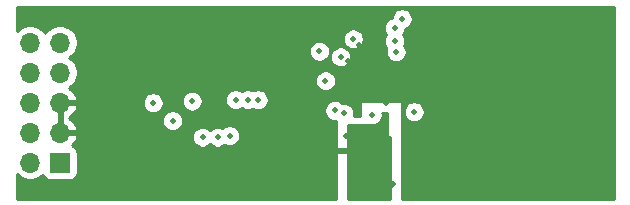
<source format=gbr>
%TF.GenerationSoftware,KiCad,Pcbnew,(5.1.6)-1*%
%TF.CreationDate,2020-07-26T08:56:46-05:00*%
%TF.ProjectId,nanoRT,6e616e6f-5254-42e6-9b69-6361645f7063,rev?*%
%TF.SameCoordinates,Original*%
%TF.FileFunction,Copper,L2,Inr*%
%TF.FilePolarity,Positive*%
%FSLAX46Y46*%
G04 Gerber Fmt 4.6, Leading zero omitted, Abs format (unit mm)*
G04 Created by KiCad (PCBNEW (5.1.6)-1) date 2020-07-26 08:56:46*
%MOMM*%
%LPD*%
G01*
G04 APERTURE LIST*
%TA.AperFunction,ViaPad*%
%ADD10O,1.700000X1.700000*%
%TD*%
%TA.AperFunction,ViaPad*%
%ADD11R,1.700000X1.700000*%
%TD*%
%TA.AperFunction,ViaPad*%
%ADD12C,0.812800*%
%TD*%
%TA.AperFunction,ViaPad*%
%ADD13C,0.508000*%
%TD*%
%TA.AperFunction,Conductor*%
%ADD14C,0.254000*%
%TD*%
%TA.AperFunction,Conductor*%
%ADD15C,0.355600*%
%TD*%
G04 APERTURE END LIST*
D10*
%TO.N,/SPI2_SCK*%
%TO.C,J2*%
X99695000Y-86360000D03*
%TO.N,/GDO1*%
X102235000Y-86360000D03*
%TO.N,/SPI2_~CS*%
X99695000Y-88900000D03*
%TO.N,/GDO0*%
X102235000Y-88900000D03*
%TO.N,/SPI2_MISO*%
X99695000Y-91440000D03*
%TO.N,GND*%
X102235000Y-91440000D03*
%TO.N,/SPI2_MOSI*%
X99695000Y-93980000D03*
%TO.N,GND*%
X102235000Y-93980000D03*
%TO.N,/5V_EXT*%
X99695000Y-96520000D03*
D11*
%TO.N,+3V3*%
X102235000Y-96520000D03*
%TD*%
D12*
%TO.N,GND*%
X121920000Y-97536000D03*
X119380000Y-98044000D03*
X120650000Y-97790000D03*
X116840000Y-97917000D03*
X115570000Y-97663000D03*
X114300000Y-97409000D03*
X107950000Y-92837000D03*
D13*
X132334000Y-93218000D03*
X131699000Y-94107000D03*
X129921000Y-87630000D03*
X129540000Y-84455000D03*
X128270000Y-84455000D03*
X124079000Y-85471000D03*
X123063000Y-91440000D03*
X122936000Y-90170000D03*
X136398000Y-94107000D03*
X139065000Y-93345000D03*
X133985000Y-86233000D03*
X132715000Y-84201000D03*
X133731000Y-85090000D03*
X133477000Y-85852000D03*
X127635000Y-90170000D03*
X128905000Y-90170000D03*
X128905000Y-88900000D03*
X127635000Y-88900000D03*
X127565998Y-86551983D03*
X127124002Y-88389002D03*
X129415998Y-88392000D03*
X129415998Y-90680998D03*
X127127000Y-90678000D03*
X127124002Y-89535000D03*
X129415998Y-89535000D03*
X133350000Y-93980000D03*
X133350000Y-95250000D03*
X133350000Y-96520000D03*
X133350000Y-97790000D03*
X133350000Y-99060000D03*
X134620000Y-99060000D03*
X135890000Y-99060000D03*
X137160000Y-99060000D03*
X138430000Y-99060000D03*
X139700000Y-99060000D03*
X140970000Y-99060000D03*
X142240000Y-99060000D03*
X143510000Y-99060000D03*
X144780000Y-99060000D03*
X146050000Y-99060000D03*
X147320000Y-99060000D03*
X148590000Y-99060000D03*
X148590000Y-97790000D03*
X148590000Y-96520000D03*
X148590000Y-95250000D03*
X148590000Y-87630000D03*
X148590000Y-86360000D03*
X148590000Y-85090000D03*
X148590000Y-83820000D03*
X147320000Y-83820000D03*
X146050000Y-83820000D03*
X144780000Y-83820000D03*
X143510000Y-83820000D03*
X142240000Y-83820000D03*
X140970000Y-83820000D03*
X139700000Y-83820000D03*
X138430000Y-83820000D03*
X137160000Y-83820000D03*
X135890000Y-83820000D03*
X134620000Y-83820000D03*
X133350000Y-83820000D03*
X144145000Y-94615000D03*
X144145000Y-88265000D03*
X147320000Y-89535000D03*
X147320000Y-93345000D03*
X147320000Y-87630000D03*
X147320000Y-95250000D03*
X128397000Y-94996000D03*
X129794000Y-93218000D03*
X126423957Y-94295067D03*
X129413000Y-99314000D03*
X130429000Y-98298000D03*
X128270000Y-99187000D03*
X127127000Y-95665002D03*
X127127000Y-99314000D03*
X139700000Y-92710000D03*
X136525000Y-92710000D03*
X137795000Y-92710000D03*
X135890000Y-96520000D03*
X138430000Y-96520000D03*
X140970000Y-96520000D03*
X143510000Y-96520000D03*
X146050000Y-96520000D03*
X140970000Y-93980000D03*
X143510000Y-93980000D03*
X146050000Y-86360000D03*
X143510000Y-86360000D03*
X140970000Y-86360000D03*
X138430000Y-86360000D03*
X135890000Y-86360000D03*
X114427000Y-92964000D03*
X115824000Y-91313000D03*
X116905998Y-92710000D03*
X126492000Y-91186000D03*
X126619000Y-87884000D03*
X129874002Y-91440000D03*
%TO.N,+3V3*%
X114300000Y-94361000D03*
X115570000Y-94361000D03*
X116586000Y-94234000D03*
X110109000Y-91440000D03*
X111760000Y-92964000D03*
X113411000Y-91313000D03*
X118110000Y-91186000D03*
X117094000Y-91186000D03*
X118999000Y-91186000D03*
X132207000Y-92202000D03*
X131191000Y-84328000D03*
X130556000Y-85090000D03*
X130556000Y-86233000D03*
X130683000Y-87122000D03*
X127074719Y-86042154D03*
X128651000Y-92456000D03*
X124712253Y-89591653D03*
X124201182Y-87087090D03*
%TO.N,/SPI2_MOSI*%
X125985735Y-87567368D03*
%TO.N,/SPI2_~CS*%
X126238000Y-92329000D03*
%TO.N,/GDO0*%
X125489754Y-92106901D03*
%TD*%
D14*
%TO.N,GND*%
X127696067Y-94295067D02*
X128397000Y-94996000D01*
X127127000Y-95665002D02*
X127034002Y-95665002D01*
X126938933Y-95569933D02*
X126938933Y-94295067D01*
X127034002Y-95665002D02*
X126938933Y-95569933D01*
X126423957Y-94295067D02*
X126938933Y-94295067D01*
X126938933Y-94295067D02*
X127696067Y-94295067D01*
X130429000Y-98298000D02*
X129413000Y-99314000D01*
X127124002Y-88389002D02*
X127635000Y-88900000D01*
X127124002Y-88389002D02*
X127762000Y-87751004D01*
X127762000Y-86747985D02*
X127565998Y-86551983D01*
X127762000Y-87751004D02*
X127762000Y-86747985D01*
D15*
X133350000Y-96520000D02*
X135890000Y-96520000D01*
X135890000Y-96520000D02*
X138430000Y-96520000D01*
X138430000Y-96520000D02*
X140970000Y-96520000D01*
X140970000Y-96520000D02*
X143510000Y-96520000D01*
X143510000Y-96520000D02*
X146050000Y-96520000D01*
X140970000Y-96520000D02*
X140970000Y-93980000D01*
X140970000Y-93980000D02*
X143510000Y-93980000D01*
X148590000Y-86360000D02*
X146050000Y-86360000D01*
X146050000Y-86360000D02*
X143510000Y-86360000D01*
X143510000Y-86360000D02*
X140970000Y-86360000D01*
X140970000Y-86360000D02*
X138430000Y-86360000D01*
X138430000Y-86360000D02*
X135890000Y-86360000D01*
%TD*%
D14*
%TO.N,GND*%
G36*
X149098000Y-99568000D02*
G01*
X131191000Y-99568000D01*
X131191000Y-92114441D01*
X131318000Y-92114441D01*
X131318000Y-92289559D01*
X131352164Y-92461312D01*
X131419179Y-92623099D01*
X131516469Y-92768704D01*
X131640296Y-92892531D01*
X131785901Y-92989821D01*
X131947688Y-93056836D01*
X132119441Y-93091000D01*
X132294559Y-93091000D01*
X132466312Y-93056836D01*
X132628099Y-92989821D01*
X132773704Y-92892531D01*
X132897531Y-92768704D01*
X132994821Y-92623099D01*
X133061836Y-92461312D01*
X133096000Y-92289559D01*
X133096000Y-92114441D01*
X133061836Y-91942688D01*
X132994821Y-91780901D01*
X132897531Y-91635296D01*
X132773704Y-91511469D01*
X132628099Y-91414179D01*
X132466312Y-91347164D01*
X132294559Y-91313000D01*
X132119441Y-91313000D01*
X131947688Y-91347164D01*
X131785901Y-91414179D01*
X131640296Y-91511469D01*
X131516469Y-91635296D01*
X131419179Y-91780901D01*
X131352164Y-91942688D01*
X131318000Y-92114441D01*
X131191000Y-92114441D01*
X131191000Y-91440000D01*
X131188560Y-91415224D01*
X131181333Y-91391399D01*
X131169597Y-91369443D01*
X131153803Y-91350197D01*
X131134557Y-91334403D01*
X131112601Y-91322667D01*
X131088776Y-91315440D01*
X131064000Y-91313000D01*
X127762000Y-91313000D01*
X127737224Y-91315440D01*
X127713399Y-91322667D01*
X127691443Y-91334403D01*
X127672197Y-91350197D01*
X127656403Y-91369443D01*
X127644667Y-91391399D01*
X127637440Y-91415224D01*
X127635000Y-91440000D01*
X127635000Y-92583000D01*
X127093893Y-92583000D01*
X127127000Y-92416559D01*
X127127000Y-92241441D01*
X127092836Y-92069688D01*
X127025821Y-91907901D01*
X126928531Y-91762296D01*
X126804704Y-91638469D01*
X126659099Y-91541179D01*
X126497312Y-91474164D01*
X126325559Y-91440000D01*
X126150441Y-91440000D01*
X126091760Y-91451672D01*
X126056458Y-91416370D01*
X125910853Y-91319080D01*
X125749066Y-91252065D01*
X125577313Y-91217901D01*
X125402195Y-91217901D01*
X125230442Y-91252065D01*
X125068655Y-91319080D01*
X124923050Y-91416370D01*
X124799223Y-91540197D01*
X124701933Y-91685802D01*
X124634918Y-91847589D01*
X124600754Y-92019342D01*
X124600754Y-92194460D01*
X124634918Y-92366213D01*
X124701933Y-92528000D01*
X124799223Y-92673605D01*
X124923050Y-92797432D01*
X125068655Y-92894722D01*
X125230442Y-92961737D01*
X125402195Y-92995901D01*
X125577313Y-92995901D01*
X125603000Y-92990792D01*
X125603000Y-95250000D01*
X125605440Y-95274776D01*
X125612667Y-95298601D01*
X125624403Y-95320557D01*
X125640197Y-95339803D01*
X125659443Y-95355597D01*
X125681399Y-95367333D01*
X125705224Y-95374560D01*
X125730000Y-95377000D01*
X126492000Y-95377000D01*
X126516776Y-95374560D01*
X126540601Y-95367333D01*
X126562557Y-95355597D01*
X126581803Y-95339803D01*
X126597597Y-95320557D01*
X126609333Y-95298601D01*
X126616560Y-95274776D01*
X126619000Y-95250000D01*
X126619000Y-93345000D01*
X128270000Y-93345000D01*
X128294776Y-93342560D01*
X128318601Y-93335333D01*
X128340557Y-93323597D01*
X128359803Y-93307803D01*
X128366034Y-93300210D01*
X128391688Y-93310836D01*
X128563441Y-93345000D01*
X128738559Y-93345000D01*
X128910312Y-93310836D01*
X129072099Y-93243821D01*
X129217704Y-93146531D01*
X129341531Y-93022704D01*
X129438821Y-92877099D01*
X129505836Y-92715312D01*
X129540000Y-92543559D01*
X129540000Y-92368441D01*
X129532155Y-92329000D01*
X129921000Y-92329000D01*
X129921000Y-94234000D01*
X129923440Y-94258776D01*
X129930667Y-94282601D01*
X129942403Y-94304557D01*
X129958197Y-94323803D01*
X129977443Y-94339597D01*
X129999399Y-94351333D01*
X130023224Y-94358560D01*
X130048000Y-94361000D01*
X130175000Y-94361000D01*
X130175000Y-99568000D01*
X126619000Y-99568000D01*
X126619000Y-95758000D01*
X126616560Y-95733224D01*
X126609333Y-95709399D01*
X126597597Y-95687443D01*
X126581803Y-95668197D01*
X126562557Y-95652403D01*
X126540601Y-95640667D01*
X126516776Y-95633440D01*
X126492000Y-95631000D01*
X125730000Y-95631000D01*
X125705224Y-95633440D01*
X125681399Y-95640667D01*
X125659443Y-95652403D01*
X125640197Y-95668197D01*
X125624403Y-95687443D01*
X125612667Y-95709399D01*
X125605440Y-95733224D01*
X125603000Y-95758000D01*
X125603000Y-99568000D01*
X98552000Y-99568000D01*
X98552000Y-97477107D01*
X98748368Y-97673475D01*
X98991589Y-97835990D01*
X99261842Y-97947932D01*
X99548740Y-98005000D01*
X99841260Y-98005000D01*
X100128158Y-97947932D01*
X100398411Y-97835990D01*
X100641632Y-97673475D01*
X100773487Y-97541620D01*
X100795498Y-97614180D01*
X100854463Y-97724494D01*
X100933815Y-97821185D01*
X101030506Y-97900537D01*
X101140820Y-97959502D01*
X101260518Y-97995812D01*
X101385000Y-98008072D01*
X103085000Y-98008072D01*
X103209482Y-97995812D01*
X103329180Y-97959502D01*
X103439494Y-97900537D01*
X103536185Y-97821185D01*
X103615537Y-97724494D01*
X103674502Y-97614180D01*
X103710812Y-97494482D01*
X103723072Y-97370000D01*
X103723072Y-95670000D01*
X103710812Y-95545518D01*
X103674502Y-95425820D01*
X103615537Y-95315506D01*
X103536185Y-95218815D01*
X103439494Y-95139463D01*
X103329180Y-95080498D01*
X103248534Y-95056034D01*
X103332588Y-94980269D01*
X103506641Y-94746920D01*
X103631825Y-94484099D01*
X103676476Y-94336890D01*
X103642992Y-94273441D01*
X113411000Y-94273441D01*
X113411000Y-94448559D01*
X113445164Y-94620312D01*
X113512179Y-94782099D01*
X113609469Y-94927704D01*
X113733296Y-95051531D01*
X113878901Y-95148821D01*
X114040688Y-95215836D01*
X114212441Y-95250000D01*
X114387559Y-95250000D01*
X114559312Y-95215836D01*
X114721099Y-95148821D01*
X114866704Y-95051531D01*
X114935000Y-94983235D01*
X115003296Y-95051531D01*
X115148901Y-95148821D01*
X115310688Y-95215836D01*
X115482441Y-95250000D01*
X115657559Y-95250000D01*
X115829312Y-95215836D01*
X115991099Y-95148821D01*
X116136704Y-95051531D01*
X116165971Y-95022264D01*
X116326688Y-95088836D01*
X116498441Y-95123000D01*
X116673559Y-95123000D01*
X116845312Y-95088836D01*
X117007099Y-95021821D01*
X117152704Y-94924531D01*
X117276531Y-94800704D01*
X117373821Y-94655099D01*
X117440836Y-94493312D01*
X117475000Y-94321559D01*
X117475000Y-94146441D01*
X117440836Y-93974688D01*
X117373821Y-93812901D01*
X117276531Y-93667296D01*
X117152704Y-93543469D01*
X117007099Y-93446179D01*
X116845312Y-93379164D01*
X116673559Y-93345000D01*
X116498441Y-93345000D01*
X116326688Y-93379164D01*
X116164901Y-93446179D01*
X116019296Y-93543469D01*
X115990029Y-93572736D01*
X115829312Y-93506164D01*
X115657559Y-93472000D01*
X115482441Y-93472000D01*
X115310688Y-93506164D01*
X115148901Y-93573179D01*
X115003296Y-93670469D01*
X114935000Y-93738765D01*
X114866704Y-93670469D01*
X114721099Y-93573179D01*
X114559312Y-93506164D01*
X114387559Y-93472000D01*
X114212441Y-93472000D01*
X114040688Y-93506164D01*
X113878901Y-93573179D01*
X113733296Y-93670469D01*
X113609469Y-93794296D01*
X113512179Y-93939901D01*
X113445164Y-94101688D01*
X113411000Y-94273441D01*
X103642992Y-94273441D01*
X103555155Y-94107000D01*
X102362000Y-94107000D01*
X102362000Y-94127000D01*
X102108000Y-94127000D01*
X102108000Y-94107000D01*
X102088000Y-94107000D01*
X102088000Y-93853000D01*
X102108000Y-93853000D01*
X102108000Y-91567000D01*
X102362000Y-91567000D01*
X102362000Y-93853000D01*
X103555155Y-93853000D01*
X103676476Y-93623110D01*
X103631825Y-93475901D01*
X103506641Y-93213080D01*
X103332588Y-92979731D01*
X103217998Y-92876441D01*
X110871000Y-92876441D01*
X110871000Y-93051559D01*
X110905164Y-93223312D01*
X110972179Y-93385099D01*
X111069469Y-93530704D01*
X111193296Y-93654531D01*
X111338901Y-93751821D01*
X111500688Y-93818836D01*
X111672441Y-93853000D01*
X111847559Y-93853000D01*
X112019312Y-93818836D01*
X112181099Y-93751821D01*
X112326704Y-93654531D01*
X112450531Y-93530704D01*
X112547821Y-93385099D01*
X112614836Y-93223312D01*
X112649000Y-93051559D01*
X112649000Y-92876441D01*
X112614836Y-92704688D01*
X112547821Y-92542901D01*
X112450531Y-92397296D01*
X112326704Y-92273469D01*
X112181099Y-92176179D01*
X112019312Y-92109164D01*
X111847559Y-92075000D01*
X111672441Y-92075000D01*
X111500688Y-92109164D01*
X111338901Y-92176179D01*
X111193296Y-92273469D01*
X111069469Y-92397296D01*
X110972179Y-92542901D01*
X110905164Y-92704688D01*
X110871000Y-92876441D01*
X103217998Y-92876441D01*
X103116355Y-92784822D01*
X102990745Y-92710000D01*
X103116355Y-92635178D01*
X103332588Y-92440269D01*
X103506641Y-92206920D01*
X103631825Y-91944099D01*
X103676476Y-91796890D01*
X103555155Y-91567000D01*
X102362000Y-91567000D01*
X102108000Y-91567000D01*
X102088000Y-91567000D01*
X102088000Y-91352441D01*
X109220000Y-91352441D01*
X109220000Y-91527559D01*
X109254164Y-91699312D01*
X109321179Y-91861099D01*
X109418469Y-92006704D01*
X109542296Y-92130531D01*
X109687901Y-92227821D01*
X109849688Y-92294836D01*
X110021441Y-92329000D01*
X110196559Y-92329000D01*
X110368312Y-92294836D01*
X110530099Y-92227821D01*
X110675704Y-92130531D01*
X110799531Y-92006704D01*
X110896821Y-91861099D01*
X110963836Y-91699312D01*
X110998000Y-91527559D01*
X110998000Y-91352441D01*
X110972738Y-91225441D01*
X112522000Y-91225441D01*
X112522000Y-91400559D01*
X112556164Y-91572312D01*
X112623179Y-91734099D01*
X112720469Y-91879704D01*
X112844296Y-92003531D01*
X112989901Y-92100821D01*
X113151688Y-92167836D01*
X113323441Y-92202000D01*
X113498559Y-92202000D01*
X113670312Y-92167836D01*
X113832099Y-92100821D01*
X113977704Y-92003531D01*
X114101531Y-91879704D01*
X114198821Y-91734099D01*
X114265836Y-91572312D01*
X114300000Y-91400559D01*
X114300000Y-91225441D01*
X114274738Y-91098441D01*
X116205000Y-91098441D01*
X116205000Y-91273559D01*
X116239164Y-91445312D01*
X116306179Y-91607099D01*
X116403469Y-91752704D01*
X116527296Y-91876531D01*
X116672901Y-91973821D01*
X116834688Y-92040836D01*
X117006441Y-92075000D01*
X117181559Y-92075000D01*
X117353312Y-92040836D01*
X117515099Y-91973821D01*
X117602000Y-91915756D01*
X117688901Y-91973821D01*
X117850688Y-92040836D01*
X118022441Y-92075000D01*
X118197559Y-92075000D01*
X118369312Y-92040836D01*
X118531099Y-91973821D01*
X118554500Y-91958185D01*
X118577901Y-91973821D01*
X118739688Y-92040836D01*
X118911441Y-92075000D01*
X119086559Y-92075000D01*
X119258312Y-92040836D01*
X119420099Y-91973821D01*
X119565704Y-91876531D01*
X119689531Y-91752704D01*
X119786821Y-91607099D01*
X119853836Y-91445312D01*
X119888000Y-91273559D01*
X119888000Y-91098441D01*
X119853836Y-90926688D01*
X119786821Y-90764901D01*
X119689531Y-90619296D01*
X119565704Y-90495469D01*
X119420099Y-90398179D01*
X119258312Y-90331164D01*
X119086559Y-90297000D01*
X118911441Y-90297000D01*
X118739688Y-90331164D01*
X118577901Y-90398179D01*
X118554500Y-90413815D01*
X118531099Y-90398179D01*
X118369312Y-90331164D01*
X118197559Y-90297000D01*
X118022441Y-90297000D01*
X117850688Y-90331164D01*
X117688901Y-90398179D01*
X117602000Y-90456244D01*
X117515099Y-90398179D01*
X117353312Y-90331164D01*
X117181559Y-90297000D01*
X117006441Y-90297000D01*
X116834688Y-90331164D01*
X116672901Y-90398179D01*
X116527296Y-90495469D01*
X116403469Y-90619296D01*
X116306179Y-90764901D01*
X116239164Y-90926688D01*
X116205000Y-91098441D01*
X114274738Y-91098441D01*
X114265836Y-91053688D01*
X114198821Y-90891901D01*
X114101531Y-90746296D01*
X113977704Y-90622469D01*
X113832099Y-90525179D01*
X113670312Y-90458164D01*
X113498559Y-90424000D01*
X113323441Y-90424000D01*
X113151688Y-90458164D01*
X112989901Y-90525179D01*
X112844296Y-90622469D01*
X112720469Y-90746296D01*
X112623179Y-90891901D01*
X112556164Y-91053688D01*
X112522000Y-91225441D01*
X110972738Y-91225441D01*
X110963836Y-91180688D01*
X110896821Y-91018901D01*
X110799531Y-90873296D01*
X110675704Y-90749469D01*
X110530099Y-90652179D01*
X110368312Y-90585164D01*
X110196559Y-90551000D01*
X110021441Y-90551000D01*
X109849688Y-90585164D01*
X109687901Y-90652179D01*
X109542296Y-90749469D01*
X109418469Y-90873296D01*
X109321179Y-91018901D01*
X109254164Y-91180688D01*
X109220000Y-91352441D01*
X102088000Y-91352441D01*
X102088000Y-91313000D01*
X102108000Y-91313000D01*
X102108000Y-91293000D01*
X102362000Y-91293000D01*
X102362000Y-91313000D01*
X103555155Y-91313000D01*
X103676476Y-91083110D01*
X103631825Y-90935901D01*
X103506641Y-90673080D01*
X103332588Y-90439731D01*
X103116355Y-90244822D01*
X102999466Y-90175195D01*
X103181632Y-90053475D01*
X103388475Y-89846632D01*
X103550990Y-89603411D01*
X103592128Y-89504094D01*
X123823253Y-89504094D01*
X123823253Y-89679212D01*
X123857417Y-89850965D01*
X123924432Y-90012752D01*
X124021722Y-90158357D01*
X124145549Y-90282184D01*
X124291154Y-90379474D01*
X124452941Y-90446489D01*
X124624694Y-90480653D01*
X124799812Y-90480653D01*
X124971565Y-90446489D01*
X125133352Y-90379474D01*
X125278957Y-90282184D01*
X125402784Y-90158357D01*
X125500074Y-90012752D01*
X125567089Y-89850965D01*
X125601253Y-89679212D01*
X125601253Y-89504094D01*
X125567089Y-89332341D01*
X125500074Y-89170554D01*
X125402784Y-89024949D01*
X125278957Y-88901122D01*
X125133352Y-88803832D01*
X124971565Y-88736817D01*
X124799812Y-88702653D01*
X124624694Y-88702653D01*
X124452941Y-88736817D01*
X124291154Y-88803832D01*
X124145549Y-88901122D01*
X124021722Y-89024949D01*
X123924432Y-89170554D01*
X123857417Y-89332341D01*
X123823253Y-89504094D01*
X103592128Y-89504094D01*
X103662932Y-89333158D01*
X103720000Y-89046260D01*
X103720000Y-88753740D01*
X103662932Y-88466842D01*
X103550990Y-88196589D01*
X103388475Y-87953368D01*
X103181632Y-87746525D01*
X103007240Y-87630000D01*
X103181632Y-87513475D01*
X103388475Y-87306632D01*
X103550990Y-87063411D01*
X103577449Y-86999531D01*
X123312182Y-86999531D01*
X123312182Y-87174649D01*
X123346346Y-87346402D01*
X123413361Y-87508189D01*
X123510651Y-87653794D01*
X123634478Y-87777621D01*
X123780083Y-87874911D01*
X123941870Y-87941926D01*
X124113623Y-87976090D01*
X124288741Y-87976090D01*
X124460494Y-87941926D01*
X124622281Y-87874911D01*
X124767886Y-87777621D01*
X124891713Y-87653794D01*
X124989003Y-87508189D01*
X125000758Y-87479809D01*
X125096735Y-87479809D01*
X125096735Y-87654927D01*
X125130899Y-87826680D01*
X125197914Y-87988467D01*
X125295204Y-88134072D01*
X125419031Y-88257899D01*
X125564636Y-88355189D01*
X125726423Y-88422204D01*
X125898176Y-88456368D01*
X126073294Y-88456368D01*
X126245047Y-88422204D01*
X126406834Y-88355189D01*
X126552439Y-88257899D01*
X126676266Y-88134072D01*
X126773556Y-87988467D01*
X126840571Y-87826680D01*
X126874735Y-87654927D01*
X126874735Y-87479809D01*
X126840571Y-87308056D01*
X126773556Y-87146269D01*
X126676266Y-87000664D01*
X126552439Y-86876837D01*
X126406834Y-86779547D01*
X126245047Y-86712532D01*
X126073294Y-86678368D01*
X125898176Y-86678368D01*
X125726423Y-86712532D01*
X125564636Y-86779547D01*
X125419031Y-86876837D01*
X125295204Y-87000664D01*
X125197914Y-87146269D01*
X125130899Y-87308056D01*
X125096735Y-87479809D01*
X125000758Y-87479809D01*
X125056018Y-87346402D01*
X125090182Y-87174649D01*
X125090182Y-86999531D01*
X125056018Y-86827778D01*
X124989003Y-86665991D01*
X124891713Y-86520386D01*
X124767886Y-86396559D01*
X124622281Y-86299269D01*
X124460494Y-86232254D01*
X124288741Y-86198090D01*
X124113623Y-86198090D01*
X123941870Y-86232254D01*
X123780083Y-86299269D01*
X123634478Y-86396559D01*
X123510651Y-86520386D01*
X123413361Y-86665991D01*
X123346346Y-86827778D01*
X123312182Y-86999531D01*
X103577449Y-86999531D01*
X103662932Y-86793158D01*
X103720000Y-86506260D01*
X103720000Y-86213740D01*
X103668453Y-85954595D01*
X126185719Y-85954595D01*
X126185719Y-86129713D01*
X126219883Y-86301466D01*
X126286898Y-86463253D01*
X126384188Y-86608858D01*
X126508015Y-86732685D01*
X126653620Y-86829975D01*
X126815407Y-86896990D01*
X126987160Y-86931154D01*
X127162278Y-86931154D01*
X127334031Y-86896990D01*
X127495818Y-86829975D01*
X127641423Y-86732685D01*
X127765250Y-86608858D01*
X127862540Y-86463253D01*
X127929555Y-86301466D01*
X127963719Y-86129713D01*
X127963719Y-85954595D01*
X127929555Y-85782842D01*
X127862540Y-85621055D01*
X127765250Y-85475450D01*
X127641423Y-85351623D01*
X127495818Y-85254333D01*
X127334031Y-85187318D01*
X127162278Y-85153154D01*
X126987160Y-85153154D01*
X126815407Y-85187318D01*
X126653620Y-85254333D01*
X126508015Y-85351623D01*
X126384188Y-85475450D01*
X126286898Y-85621055D01*
X126219883Y-85782842D01*
X126185719Y-85954595D01*
X103668453Y-85954595D01*
X103662932Y-85926842D01*
X103550990Y-85656589D01*
X103388475Y-85413368D01*
X103181632Y-85206525D01*
X102938411Y-85044010D01*
X102838055Y-85002441D01*
X129667000Y-85002441D01*
X129667000Y-85177559D01*
X129701164Y-85349312D01*
X129768179Y-85511099D01*
X129865469Y-85656704D01*
X129870265Y-85661500D01*
X129865469Y-85666296D01*
X129768179Y-85811901D01*
X129701164Y-85973688D01*
X129667000Y-86145441D01*
X129667000Y-86320559D01*
X129701164Y-86492312D01*
X129768179Y-86654099D01*
X129858545Y-86789342D01*
X129828164Y-86862688D01*
X129794000Y-87034441D01*
X129794000Y-87209559D01*
X129828164Y-87381312D01*
X129895179Y-87543099D01*
X129992469Y-87688704D01*
X130116296Y-87812531D01*
X130261901Y-87909821D01*
X130423688Y-87976836D01*
X130595441Y-88011000D01*
X130770559Y-88011000D01*
X130942312Y-87976836D01*
X131104099Y-87909821D01*
X131249704Y-87812531D01*
X131373531Y-87688704D01*
X131470821Y-87543099D01*
X131537836Y-87381312D01*
X131572000Y-87209559D01*
X131572000Y-87034441D01*
X131537836Y-86862688D01*
X131470821Y-86700901D01*
X131380455Y-86565658D01*
X131410836Y-86492312D01*
X131445000Y-86320559D01*
X131445000Y-86145441D01*
X131410836Y-85973688D01*
X131343821Y-85811901D01*
X131246531Y-85666296D01*
X131241735Y-85661500D01*
X131246531Y-85656704D01*
X131343821Y-85511099D01*
X131410836Y-85349312D01*
X131443688Y-85184154D01*
X131450312Y-85182836D01*
X131612099Y-85115821D01*
X131757704Y-85018531D01*
X131881531Y-84894704D01*
X131978821Y-84749099D01*
X132045836Y-84587312D01*
X132080000Y-84415559D01*
X132080000Y-84240441D01*
X132045836Y-84068688D01*
X131978821Y-83906901D01*
X131881531Y-83761296D01*
X131757704Y-83637469D01*
X131612099Y-83540179D01*
X131450312Y-83473164D01*
X131278559Y-83439000D01*
X131103441Y-83439000D01*
X130931688Y-83473164D01*
X130769901Y-83540179D01*
X130624296Y-83637469D01*
X130500469Y-83761296D01*
X130403179Y-83906901D01*
X130336164Y-84068688D01*
X130303312Y-84233846D01*
X130296688Y-84235164D01*
X130134901Y-84302179D01*
X129989296Y-84399469D01*
X129865469Y-84523296D01*
X129768179Y-84668901D01*
X129701164Y-84830688D01*
X129667000Y-85002441D01*
X102838055Y-85002441D01*
X102668158Y-84932068D01*
X102381260Y-84875000D01*
X102088740Y-84875000D01*
X101801842Y-84932068D01*
X101531589Y-85044010D01*
X101288368Y-85206525D01*
X101081525Y-85413368D01*
X100965000Y-85587760D01*
X100848475Y-85413368D01*
X100641632Y-85206525D01*
X100398411Y-85044010D01*
X100128158Y-84932068D01*
X99841260Y-84875000D01*
X99548740Y-84875000D01*
X99261842Y-84932068D01*
X98991589Y-85044010D01*
X98748368Y-85206525D01*
X98552000Y-85402893D01*
X98552000Y-83312000D01*
X149098000Y-83312000D01*
X149098000Y-99568000D01*
G37*
X149098000Y-99568000D02*
X131191000Y-99568000D01*
X131191000Y-92114441D01*
X131318000Y-92114441D01*
X131318000Y-92289559D01*
X131352164Y-92461312D01*
X131419179Y-92623099D01*
X131516469Y-92768704D01*
X131640296Y-92892531D01*
X131785901Y-92989821D01*
X131947688Y-93056836D01*
X132119441Y-93091000D01*
X132294559Y-93091000D01*
X132466312Y-93056836D01*
X132628099Y-92989821D01*
X132773704Y-92892531D01*
X132897531Y-92768704D01*
X132994821Y-92623099D01*
X133061836Y-92461312D01*
X133096000Y-92289559D01*
X133096000Y-92114441D01*
X133061836Y-91942688D01*
X132994821Y-91780901D01*
X132897531Y-91635296D01*
X132773704Y-91511469D01*
X132628099Y-91414179D01*
X132466312Y-91347164D01*
X132294559Y-91313000D01*
X132119441Y-91313000D01*
X131947688Y-91347164D01*
X131785901Y-91414179D01*
X131640296Y-91511469D01*
X131516469Y-91635296D01*
X131419179Y-91780901D01*
X131352164Y-91942688D01*
X131318000Y-92114441D01*
X131191000Y-92114441D01*
X131191000Y-91440000D01*
X131188560Y-91415224D01*
X131181333Y-91391399D01*
X131169597Y-91369443D01*
X131153803Y-91350197D01*
X131134557Y-91334403D01*
X131112601Y-91322667D01*
X131088776Y-91315440D01*
X131064000Y-91313000D01*
X127762000Y-91313000D01*
X127737224Y-91315440D01*
X127713399Y-91322667D01*
X127691443Y-91334403D01*
X127672197Y-91350197D01*
X127656403Y-91369443D01*
X127644667Y-91391399D01*
X127637440Y-91415224D01*
X127635000Y-91440000D01*
X127635000Y-92583000D01*
X127093893Y-92583000D01*
X127127000Y-92416559D01*
X127127000Y-92241441D01*
X127092836Y-92069688D01*
X127025821Y-91907901D01*
X126928531Y-91762296D01*
X126804704Y-91638469D01*
X126659099Y-91541179D01*
X126497312Y-91474164D01*
X126325559Y-91440000D01*
X126150441Y-91440000D01*
X126091760Y-91451672D01*
X126056458Y-91416370D01*
X125910853Y-91319080D01*
X125749066Y-91252065D01*
X125577313Y-91217901D01*
X125402195Y-91217901D01*
X125230442Y-91252065D01*
X125068655Y-91319080D01*
X124923050Y-91416370D01*
X124799223Y-91540197D01*
X124701933Y-91685802D01*
X124634918Y-91847589D01*
X124600754Y-92019342D01*
X124600754Y-92194460D01*
X124634918Y-92366213D01*
X124701933Y-92528000D01*
X124799223Y-92673605D01*
X124923050Y-92797432D01*
X125068655Y-92894722D01*
X125230442Y-92961737D01*
X125402195Y-92995901D01*
X125577313Y-92995901D01*
X125603000Y-92990792D01*
X125603000Y-95250000D01*
X125605440Y-95274776D01*
X125612667Y-95298601D01*
X125624403Y-95320557D01*
X125640197Y-95339803D01*
X125659443Y-95355597D01*
X125681399Y-95367333D01*
X125705224Y-95374560D01*
X125730000Y-95377000D01*
X126492000Y-95377000D01*
X126516776Y-95374560D01*
X126540601Y-95367333D01*
X126562557Y-95355597D01*
X126581803Y-95339803D01*
X126597597Y-95320557D01*
X126609333Y-95298601D01*
X126616560Y-95274776D01*
X126619000Y-95250000D01*
X126619000Y-93345000D01*
X128270000Y-93345000D01*
X128294776Y-93342560D01*
X128318601Y-93335333D01*
X128340557Y-93323597D01*
X128359803Y-93307803D01*
X128366034Y-93300210D01*
X128391688Y-93310836D01*
X128563441Y-93345000D01*
X128738559Y-93345000D01*
X128910312Y-93310836D01*
X129072099Y-93243821D01*
X129217704Y-93146531D01*
X129341531Y-93022704D01*
X129438821Y-92877099D01*
X129505836Y-92715312D01*
X129540000Y-92543559D01*
X129540000Y-92368441D01*
X129532155Y-92329000D01*
X129921000Y-92329000D01*
X129921000Y-94234000D01*
X129923440Y-94258776D01*
X129930667Y-94282601D01*
X129942403Y-94304557D01*
X129958197Y-94323803D01*
X129977443Y-94339597D01*
X129999399Y-94351333D01*
X130023224Y-94358560D01*
X130048000Y-94361000D01*
X130175000Y-94361000D01*
X130175000Y-99568000D01*
X126619000Y-99568000D01*
X126619000Y-95758000D01*
X126616560Y-95733224D01*
X126609333Y-95709399D01*
X126597597Y-95687443D01*
X126581803Y-95668197D01*
X126562557Y-95652403D01*
X126540601Y-95640667D01*
X126516776Y-95633440D01*
X126492000Y-95631000D01*
X125730000Y-95631000D01*
X125705224Y-95633440D01*
X125681399Y-95640667D01*
X125659443Y-95652403D01*
X125640197Y-95668197D01*
X125624403Y-95687443D01*
X125612667Y-95709399D01*
X125605440Y-95733224D01*
X125603000Y-95758000D01*
X125603000Y-99568000D01*
X98552000Y-99568000D01*
X98552000Y-97477107D01*
X98748368Y-97673475D01*
X98991589Y-97835990D01*
X99261842Y-97947932D01*
X99548740Y-98005000D01*
X99841260Y-98005000D01*
X100128158Y-97947932D01*
X100398411Y-97835990D01*
X100641632Y-97673475D01*
X100773487Y-97541620D01*
X100795498Y-97614180D01*
X100854463Y-97724494D01*
X100933815Y-97821185D01*
X101030506Y-97900537D01*
X101140820Y-97959502D01*
X101260518Y-97995812D01*
X101385000Y-98008072D01*
X103085000Y-98008072D01*
X103209482Y-97995812D01*
X103329180Y-97959502D01*
X103439494Y-97900537D01*
X103536185Y-97821185D01*
X103615537Y-97724494D01*
X103674502Y-97614180D01*
X103710812Y-97494482D01*
X103723072Y-97370000D01*
X103723072Y-95670000D01*
X103710812Y-95545518D01*
X103674502Y-95425820D01*
X103615537Y-95315506D01*
X103536185Y-95218815D01*
X103439494Y-95139463D01*
X103329180Y-95080498D01*
X103248534Y-95056034D01*
X103332588Y-94980269D01*
X103506641Y-94746920D01*
X103631825Y-94484099D01*
X103676476Y-94336890D01*
X103642992Y-94273441D01*
X113411000Y-94273441D01*
X113411000Y-94448559D01*
X113445164Y-94620312D01*
X113512179Y-94782099D01*
X113609469Y-94927704D01*
X113733296Y-95051531D01*
X113878901Y-95148821D01*
X114040688Y-95215836D01*
X114212441Y-95250000D01*
X114387559Y-95250000D01*
X114559312Y-95215836D01*
X114721099Y-95148821D01*
X114866704Y-95051531D01*
X114935000Y-94983235D01*
X115003296Y-95051531D01*
X115148901Y-95148821D01*
X115310688Y-95215836D01*
X115482441Y-95250000D01*
X115657559Y-95250000D01*
X115829312Y-95215836D01*
X115991099Y-95148821D01*
X116136704Y-95051531D01*
X116165971Y-95022264D01*
X116326688Y-95088836D01*
X116498441Y-95123000D01*
X116673559Y-95123000D01*
X116845312Y-95088836D01*
X117007099Y-95021821D01*
X117152704Y-94924531D01*
X117276531Y-94800704D01*
X117373821Y-94655099D01*
X117440836Y-94493312D01*
X117475000Y-94321559D01*
X117475000Y-94146441D01*
X117440836Y-93974688D01*
X117373821Y-93812901D01*
X117276531Y-93667296D01*
X117152704Y-93543469D01*
X117007099Y-93446179D01*
X116845312Y-93379164D01*
X116673559Y-93345000D01*
X116498441Y-93345000D01*
X116326688Y-93379164D01*
X116164901Y-93446179D01*
X116019296Y-93543469D01*
X115990029Y-93572736D01*
X115829312Y-93506164D01*
X115657559Y-93472000D01*
X115482441Y-93472000D01*
X115310688Y-93506164D01*
X115148901Y-93573179D01*
X115003296Y-93670469D01*
X114935000Y-93738765D01*
X114866704Y-93670469D01*
X114721099Y-93573179D01*
X114559312Y-93506164D01*
X114387559Y-93472000D01*
X114212441Y-93472000D01*
X114040688Y-93506164D01*
X113878901Y-93573179D01*
X113733296Y-93670469D01*
X113609469Y-93794296D01*
X113512179Y-93939901D01*
X113445164Y-94101688D01*
X113411000Y-94273441D01*
X103642992Y-94273441D01*
X103555155Y-94107000D01*
X102362000Y-94107000D01*
X102362000Y-94127000D01*
X102108000Y-94127000D01*
X102108000Y-94107000D01*
X102088000Y-94107000D01*
X102088000Y-93853000D01*
X102108000Y-93853000D01*
X102108000Y-91567000D01*
X102362000Y-91567000D01*
X102362000Y-93853000D01*
X103555155Y-93853000D01*
X103676476Y-93623110D01*
X103631825Y-93475901D01*
X103506641Y-93213080D01*
X103332588Y-92979731D01*
X103217998Y-92876441D01*
X110871000Y-92876441D01*
X110871000Y-93051559D01*
X110905164Y-93223312D01*
X110972179Y-93385099D01*
X111069469Y-93530704D01*
X111193296Y-93654531D01*
X111338901Y-93751821D01*
X111500688Y-93818836D01*
X111672441Y-93853000D01*
X111847559Y-93853000D01*
X112019312Y-93818836D01*
X112181099Y-93751821D01*
X112326704Y-93654531D01*
X112450531Y-93530704D01*
X112547821Y-93385099D01*
X112614836Y-93223312D01*
X112649000Y-93051559D01*
X112649000Y-92876441D01*
X112614836Y-92704688D01*
X112547821Y-92542901D01*
X112450531Y-92397296D01*
X112326704Y-92273469D01*
X112181099Y-92176179D01*
X112019312Y-92109164D01*
X111847559Y-92075000D01*
X111672441Y-92075000D01*
X111500688Y-92109164D01*
X111338901Y-92176179D01*
X111193296Y-92273469D01*
X111069469Y-92397296D01*
X110972179Y-92542901D01*
X110905164Y-92704688D01*
X110871000Y-92876441D01*
X103217998Y-92876441D01*
X103116355Y-92784822D01*
X102990745Y-92710000D01*
X103116355Y-92635178D01*
X103332588Y-92440269D01*
X103506641Y-92206920D01*
X103631825Y-91944099D01*
X103676476Y-91796890D01*
X103555155Y-91567000D01*
X102362000Y-91567000D01*
X102108000Y-91567000D01*
X102088000Y-91567000D01*
X102088000Y-91352441D01*
X109220000Y-91352441D01*
X109220000Y-91527559D01*
X109254164Y-91699312D01*
X109321179Y-91861099D01*
X109418469Y-92006704D01*
X109542296Y-92130531D01*
X109687901Y-92227821D01*
X109849688Y-92294836D01*
X110021441Y-92329000D01*
X110196559Y-92329000D01*
X110368312Y-92294836D01*
X110530099Y-92227821D01*
X110675704Y-92130531D01*
X110799531Y-92006704D01*
X110896821Y-91861099D01*
X110963836Y-91699312D01*
X110998000Y-91527559D01*
X110998000Y-91352441D01*
X110972738Y-91225441D01*
X112522000Y-91225441D01*
X112522000Y-91400559D01*
X112556164Y-91572312D01*
X112623179Y-91734099D01*
X112720469Y-91879704D01*
X112844296Y-92003531D01*
X112989901Y-92100821D01*
X113151688Y-92167836D01*
X113323441Y-92202000D01*
X113498559Y-92202000D01*
X113670312Y-92167836D01*
X113832099Y-92100821D01*
X113977704Y-92003531D01*
X114101531Y-91879704D01*
X114198821Y-91734099D01*
X114265836Y-91572312D01*
X114300000Y-91400559D01*
X114300000Y-91225441D01*
X114274738Y-91098441D01*
X116205000Y-91098441D01*
X116205000Y-91273559D01*
X116239164Y-91445312D01*
X116306179Y-91607099D01*
X116403469Y-91752704D01*
X116527296Y-91876531D01*
X116672901Y-91973821D01*
X116834688Y-92040836D01*
X117006441Y-92075000D01*
X117181559Y-92075000D01*
X117353312Y-92040836D01*
X117515099Y-91973821D01*
X117602000Y-91915756D01*
X117688901Y-91973821D01*
X117850688Y-92040836D01*
X118022441Y-92075000D01*
X118197559Y-92075000D01*
X118369312Y-92040836D01*
X118531099Y-91973821D01*
X118554500Y-91958185D01*
X118577901Y-91973821D01*
X118739688Y-92040836D01*
X118911441Y-92075000D01*
X119086559Y-92075000D01*
X119258312Y-92040836D01*
X119420099Y-91973821D01*
X119565704Y-91876531D01*
X119689531Y-91752704D01*
X119786821Y-91607099D01*
X119853836Y-91445312D01*
X119888000Y-91273559D01*
X119888000Y-91098441D01*
X119853836Y-90926688D01*
X119786821Y-90764901D01*
X119689531Y-90619296D01*
X119565704Y-90495469D01*
X119420099Y-90398179D01*
X119258312Y-90331164D01*
X119086559Y-90297000D01*
X118911441Y-90297000D01*
X118739688Y-90331164D01*
X118577901Y-90398179D01*
X118554500Y-90413815D01*
X118531099Y-90398179D01*
X118369312Y-90331164D01*
X118197559Y-90297000D01*
X118022441Y-90297000D01*
X117850688Y-90331164D01*
X117688901Y-90398179D01*
X117602000Y-90456244D01*
X117515099Y-90398179D01*
X117353312Y-90331164D01*
X117181559Y-90297000D01*
X117006441Y-90297000D01*
X116834688Y-90331164D01*
X116672901Y-90398179D01*
X116527296Y-90495469D01*
X116403469Y-90619296D01*
X116306179Y-90764901D01*
X116239164Y-90926688D01*
X116205000Y-91098441D01*
X114274738Y-91098441D01*
X114265836Y-91053688D01*
X114198821Y-90891901D01*
X114101531Y-90746296D01*
X113977704Y-90622469D01*
X113832099Y-90525179D01*
X113670312Y-90458164D01*
X113498559Y-90424000D01*
X113323441Y-90424000D01*
X113151688Y-90458164D01*
X112989901Y-90525179D01*
X112844296Y-90622469D01*
X112720469Y-90746296D01*
X112623179Y-90891901D01*
X112556164Y-91053688D01*
X112522000Y-91225441D01*
X110972738Y-91225441D01*
X110963836Y-91180688D01*
X110896821Y-91018901D01*
X110799531Y-90873296D01*
X110675704Y-90749469D01*
X110530099Y-90652179D01*
X110368312Y-90585164D01*
X110196559Y-90551000D01*
X110021441Y-90551000D01*
X109849688Y-90585164D01*
X109687901Y-90652179D01*
X109542296Y-90749469D01*
X109418469Y-90873296D01*
X109321179Y-91018901D01*
X109254164Y-91180688D01*
X109220000Y-91352441D01*
X102088000Y-91352441D01*
X102088000Y-91313000D01*
X102108000Y-91313000D01*
X102108000Y-91293000D01*
X102362000Y-91293000D01*
X102362000Y-91313000D01*
X103555155Y-91313000D01*
X103676476Y-91083110D01*
X103631825Y-90935901D01*
X103506641Y-90673080D01*
X103332588Y-90439731D01*
X103116355Y-90244822D01*
X102999466Y-90175195D01*
X103181632Y-90053475D01*
X103388475Y-89846632D01*
X103550990Y-89603411D01*
X103592128Y-89504094D01*
X123823253Y-89504094D01*
X123823253Y-89679212D01*
X123857417Y-89850965D01*
X123924432Y-90012752D01*
X124021722Y-90158357D01*
X124145549Y-90282184D01*
X124291154Y-90379474D01*
X124452941Y-90446489D01*
X124624694Y-90480653D01*
X124799812Y-90480653D01*
X124971565Y-90446489D01*
X125133352Y-90379474D01*
X125278957Y-90282184D01*
X125402784Y-90158357D01*
X125500074Y-90012752D01*
X125567089Y-89850965D01*
X125601253Y-89679212D01*
X125601253Y-89504094D01*
X125567089Y-89332341D01*
X125500074Y-89170554D01*
X125402784Y-89024949D01*
X125278957Y-88901122D01*
X125133352Y-88803832D01*
X124971565Y-88736817D01*
X124799812Y-88702653D01*
X124624694Y-88702653D01*
X124452941Y-88736817D01*
X124291154Y-88803832D01*
X124145549Y-88901122D01*
X124021722Y-89024949D01*
X123924432Y-89170554D01*
X123857417Y-89332341D01*
X123823253Y-89504094D01*
X103592128Y-89504094D01*
X103662932Y-89333158D01*
X103720000Y-89046260D01*
X103720000Y-88753740D01*
X103662932Y-88466842D01*
X103550990Y-88196589D01*
X103388475Y-87953368D01*
X103181632Y-87746525D01*
X103007240Y-87630000D01*
X103181632Y-87513475D01*
X103388475Y-87306632D01*
X103550990Y-87063411D01*
X103577449Y-86999531D01*
X123312182Y-86999531D01*
X123312182Y-87174649D01*
X123346346Y-87346402D01*
X123413361Y-87508189D01*
X123510651Y-87653794D01*
X123634478Y-87777621D01*
X123780083Y-87874911D01*
X123941870Y-87941926D01*
X124113623Y-87976090D01*
X124288741Y-87976090D01*
X124460494Y-87941926D01*
X124622281Y-87874911D01*
X124767886Y-87777621D01*
X124891713Y-87653794D01*
X124989003Y-87508189D01*
X125000758Y-87479809D01*
X125096735Y-87479809D01*
X125096735Y-87654927D01*
X125130899Y-87826680D01*
X125197914Y-87988467D01*
X125295204Y-88134072D01*
X125419031Y-88257899D01*
X125564636Y-88355189D01*
X125726423Y-88422204D01*
X125898176Y-88456368D01*
X126073294Y-88456368D01*
X126245047Y-88422204D01*
X126406834Y-88355189D01*
X126552439Y-88257899D01*
X126676266Y-88134072D01*
X126773556Y-87988467D01*
X126840571Y-87826680D01*
X126874735Y-87654927D01*
X126874735Y-87479809D01*
X126840571Y-87308056D01*
X126773556Y-87146269D01*
X126676266Y-87000664D01*
X126552439Y-86876837D01*
X126406834Y-86779547D01*
X126245047Y-86712532D01*
X126073294Y-86678368D01*
X125898176Y-86678368D01*
X125726423Y-86712532D01*
X125564636Y-86779547D01*
X125419031Y-86876837D01*
X125295204Y-87000664D01*
X125197914Y-87146269D01*
X125130899Y-87308056D01*
X125096735Y-87479809D01*
X125000758Y-87479809D01*
X125056018Y-87346402D01*
X125090182Y-87174649D01*
X125090182Y-86999531D01*
X125056018Y-86827778D01*
X124989003Y-86665991D01*
X124891713Y-86520386D01*
X124767886Y-86396559D01*
X124622281Y-86299269D01*
X124460494Y-86232254D01*
X124288741Y-86198090D01*
X124113623Y-86198090D01*
X123941870Y-86232254D01*
X123780083Y-86299269D01*
X123634478Y-86396559D01*
X123510651Y-86520386D01*
X123413361Y-86665991D01*
X123346346Y-86827778D01*
X123312182Y-86999531D01*
X103577449Y-86999531D01*
X103662932Y-86793158D01*
X103720000Y-86506260D01*
X103720000Y-86213740D01*
X103668453Y-85954595D01*
X126185719Y-85954595D01*
X126185719Y-86129713D01*
X126219883Y-86301466D01*
X126286898Y-86463253D01*
X126384188Y-86608858D01*
X126508015Y-86732685D01*
X126653620Y-86829975D01*
X126815407Y-86896990D01*
X126987160Y-86931154D01*
X127162278Y-86931154D01*
X127334031Y-86896990D01*
X127495818Y-86829975D01*
X127641423Y-86732685D01*
X127765250Y-86608858D01*
X127862540Y-86463253D01*
X127929555Y-86301466D01*
X127963719Y-86129713D01*
X127963719Y-85954595D01*
X127929555Y-85782842D01*
X127862540Y-85621055D01*
X127765250Y-85475450D01*
X127641423Y-85351623D01*
X127495818Y-85254333D01*
X127334031Y-85187318D01*
X127162278Y-85153154D01*
X126987160Y-85153154D01*
X126815407Y-85187318D01*
X126653620Y-85254333D01*
X126508015Y-85351623D01*
X126384188Y-85475450D01*
X126286898Y-85621055D01*
X126219883Y-85782842D01*
X126185719Y-85954595D01*
X103668453Y-85954595D01*
X103662932Y-85926842D01*
X103550990Y-85656589D01*
X103388475Y-85413368D01*
X103181632Y-85206525D01*
X102938411Y-85044010D01*
X102838055Y-85002441D01*
X129667000Y-85002441D01*
X129667000Y-85177559D01*
X129701164Y-85349312D01*
X129768179Y-85511099D01*
X129865469Y-85656704D01*
X129870265Y-85661500D01*
X129865469Y-85666296D01*
X129768179Y-85811901D01*
X129701164Y-85973688D01*
X129667000Y-86145441D01*
X129667000Y-86320559D01*
X129701164Y-86492312D01*
X129768179Y-86654099D01*
X129858545Y-86789342D01*
X129828164Y-86862688D01*
X129794000Y-87034441D01*
X129794000Y-87209559D01*
X129828164Y-87381312D01*
X129895179Y-87543099D01*
X129992469Y-87688704D01*
X130116296Y-87812531D01*
X130261901Y-87909821D01*
X130423688Y-87976836D01*
X130595441Y-88011000D01*
X130770559Y-88011000D01*
X130942312Y-87976836D01*
X131104099Y-87909821D01*
X131249704Y-87812531D01*
X131373531Y-87688704D01*
X131470821Y-87543099D01*
X131537836Y-87381312D01*
X131572000Y-87209559D01*
X131572000Y-87034441D01*
X131537836Y-86862688D01*
X131470821Y-86700901D01*
X131380455Y-86565658D01*
X131410836Y-86492312D01*
X131445000Y-86320559D01*
X131445000Y-86145441D01*
X131410836Y-85973688D01*
X131343821Y-85811901D01*
X131246531Y-85666296D01*
X131241735Y-85661500D01*
X131246531Y-85656704D01*
X131343821Y-85511099D01*
X131410836Y-85349312D01*
X131443688Y-85184154D01*
X131450312Y-85182836D01*
X131612099Y-85115821D01*
X131757704Y-85018531D01*
X131881531Y-84894704D01*
X131978821Y-84749099D01*
X132045836Y-84587312D01*
X132080000Y-84415559D01*
X132080000Y-84240441D01*
X132045836Y-84068688D01*
X131978821Y-83906901D01*
X131881531Y-83761296D01*
X131757704Y-83637469D01*
X131612099Y-83540179D01*
X131450312Y-83473164D01*
X131278559Y-83439000D01*
X131103441Y-83439000D01*
X130931688Y-83473164D01*
X130769901Y-83540179D01*
X130624296Y-83637469D01*
X130500469Y-83761296D01*
X130403179Y-83906901D01*
X130336164Y-84068688D01*
X130303312Y-84233846D01*
X130296688Y-84235164D01*
X130134901Y-84302179D01*
X129989296Y-84399469D01*
X129865469Y-84523296D01*
X129768179Y-84668901D01*
X129701164Y-84830688D01*
X129667000Y-85002441D01*
X102838055Y-85002441D01*
X102668158Y-84932068D01*
X102381260Y-84875000D01*
X102088740Y-84875000D01*
X101801842Y-84932068D01*
X101531589Y-85044010D01*
X101288368Y-85206525D01*
X101081525Y-85413368D01*
X100965000Y-85587760D01*
X100848475Y-85413368D01*
X100641632Y-85206525D01*
X100398411Y-85044010D01*
X100128158Y-84932068D01*
X99841260Y-84875000D01*
X99548740Y-84875000D01*
X99261842Y-84932068D01*
X98991589Y-85044010D01*
X98748368Y-85206525D01*
X98552000Y-85402893D01*
X98552000Y-83312000D01*
X149098000Y-83312000D01*
X149098000Y-99568000D01*
%TD*%
M02*

</source>
